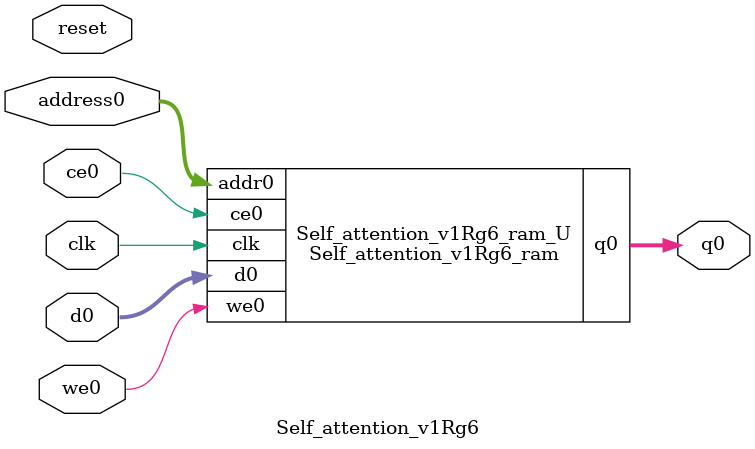
<source format=v>
`timescale 1 ns / 1 ps
module Self_attention_v1Rg6_ram (addr0, ce0, d0, we0, q0,  clk);

parameter DWIDTH = 24;
parameter AWIDTH = 6;
parameter MEM_SIZE = 48;

input[AWIDTH-1:0] addr0;
input ce0;
input[DWIDTH-1:0] d0;
input we0;
output reg[DWIDTH-1:0] q0;
input clk;

(* ram_style = "block" *)reg [DWIDTH-1:0] ram[0:MEM_SIZE-1];




always @(posedge clk)  
begin 
    if (ce0) begin
        if (we0) 
            ram[addr0] <= d0; 
        q0 <= ram[addr0];
    end
end


endmodule

`timescale 1 ns / 1 ps
module Self_attention_v1Rg6(
    reset,
    clk,
    address0,
    ce0,
    we0,
    d0,
    q0);

parameter DataWidth = 32'd24;
parameter AddressRange = 32'd48;
parameter AddressWidth = 32'd6;
input reset;
input clk;
input[AddressWidth - 1:0] address0;
input ce0;
input we0;
input[DataWidth - 1:0] d0;
output[DataWidth - 1:0] q0;



Self_attention_v1Rg6_ram Self_attention_v1Rg6_ram_U(
    .clk( clk ),
    .addr0( address0 ),
    .ce0( ce0 ),
    .we0( we0 ),
    .d0( d0 ),
    .q0( q0 ));

endmodule


</source>
